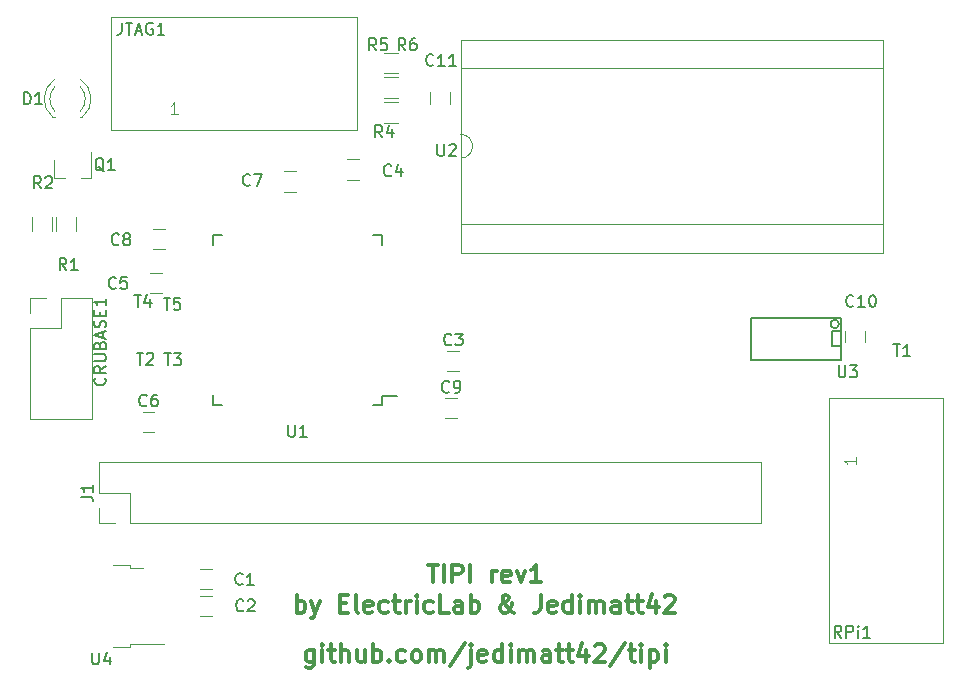
<source format=gto>
G04 #@! TF.FileFunction,Legend,Top*
%FSLAX46Y46*%
G04 Gerber Fmt 4.6, Leading zero omitted, Abs format (unit mm)*
G04 Created by KiCad (PCBNEW 4.0.6) date 07/29/17 07:53:43*
%MOMM*%
%LPD*%
G01*
G04 APERTURE LIST*
%ADD10C,0.100000*%
%ADD11C,0.300000*%
%ADD12C,0.150000*%
%ADD13C,0.120000*%
G04 APERTURE END LIST*
D10*
D11*
X61311070Y-153031071D02*
X61311070Y-154245357D01*
X61239641Y-154388214D01*
X61168213Y-154459643D01*
X61025356Y-154531071D01*
X60811070Y-154531071D01*
X60668213Y-154459643D01*
X61311070Y-153959643D02*
X61168213Y-154031071D01*
X60882499Y-154031071D01*
X60739641Y-153959643D01*
X60668213Y-153888214D01*
X60596784Y-153745357D01*
X60596784Y-153316786D01*
X60668213Y-153173929D01*
X60739641Y-153102500D01*
X60882499Y-153031071D01*
X61168213Y-153031071D01*
X61311070Y-153102500D01*
X62025356Y-154031071D02*
X62025356Y-153031071D01*
X62025356Y-152531071D02*
X61953927Y-152602500D01*
X62025356Y-152673929D01*
X62096784Y-152602500D01*
X62025356Y-152531071D01*
X62025356Y-152673929D01*
X62525356Y-153031071D02*
X63096785Y-153031071D01*
X62739642Y-152531071D02*
X62739642Y-153816786D01*
X62811070Y-153959643D01*
X62953928Y-154031071D01*
X63096785Y-154031071D01*
X63596785Y-154031071D02*
X63596785Y-152531071D01*
X64239642Y-154031071D02*
X64239642Y-153245357D01*
X64168213Y-153102500D01*
X64025356Y-153031071D01*
X63811071Y-153031071D01*
X63668213Y-153102500D01*
X63596785Y-153173929D01*
X65596785Y-153031071D02*
X65596785Y-154031071D01*
X64953928Y-153031071D02*
X64953928Y-153816786D01*
X65025356Y-153959643D01*
X65168214Y-154031071D01*
X65382499Y-154031071D01*
X65525356Y-153959643D01*
X65596785Y-153888214D01*
X66311071Y-154031071D02*
X66311071Y-152531071D01*
X66311071Y-153102500D02*
X66453928Y-153031071D01*
X66739642Y-153031071D01*
X66882499Y-153102500D01*
X66953928Y-153173929D01*
X67025357Y-153316786D01*
X67025357Y-153745357D01*
X66953928Y-153888214D01*
X66882499Y-153959643D01*
X66739642Y-154031071D01*
X66453928Y-154031071D01*
X66311071Y-153959643D01*
X67668214Y-153888214D02*
X67739642Y-153959643D01*
X67668214Y-154031071D01*
X67596785Y-153959643D01*
X67668214Y-153888214D01*
X67668214Y-154031071D01*
X69025357Y-153959643D02*
X68882500Y-154031071D01*
X68596786Y-154031071D01*
X68453928Y-153959643D01*
X68382500Y-153888214D01*
X68311071Y-153745357D01*
X68311071Y-153316786D01*
X68382500Y-153173929D01*
X68453928Y-153102500D01*
X68596786Y-153031071D01*
X68882500Y-153031071D01*
X69025357Y-153102500D01*
X69882500Y-154031071D02*
X69739642Y-153959643D01*
X69668214Y-153888214D01*
X69596785Y-153745357D01*
X69596785Y-153316786D01*
X69668214Y-153173929D01*
X69739642Y-153102500D01*
X69882500Y-153031071D01*
X70096785Y-153031071D01*
X70239642Y-153102500D01*
X70311071Y-153173929D01*
X70382500Y-153316786D01*
X70382500Y-153745357D01*
X70311071Y-153888214D01*
X70239642Y-153959643D01*
X70096785Y-154031071D01*
X69882500Y-154031071D01*
X71025357Y-154031071D02*
X71025357Y-153031071D01*
X71025357Y-153173929D02*
X71096785Y-153102500D01*
X71239643Y-153031071D01*
X71453928Y-153031071D01*
X71596785Y-153102500D01*
X71668214Y-153245357D01*
X71668214Y-154031071D01*
X71668214Y-153245357D02*
X71739643Y-153102500D01*
X71882500Y-153031071D01*
X72096785Y-153031071D01*
X72239643Y-153102500D01*
X72311071Y-153245357D01*
X72311071Y-154031071D01*
X74096785Y-152459643D02*
X72811071Y-154388214D01*
X74596786Y-153031071D02*
X74596786Y-154316786D01*
X74525357Y-154459643D01*
X74382500Y-154531071D01*
X74311072Y-154531071D01*
X74596786Y-152531071D02*
X74525357Y-152602500D01*
X74596786Y-152673929D01*
X74668214Y-152602500D01*
X74596786Y-152531071D01*
X74596786Y-152673929D01*
X75882500Y-153959643D02*
X75739643Y-154031071D01*
X75453929Y-154031071D01*
X75311072Y-153959643D01*
X75239643Y-153816786D01*
X75239643Y-153245357D01*
X75311072Y-153102500D01*
X75453929Y-153031071D01*
X75739643Y-153031071D01*
X75882500Y-153102500D01*
X75953929Y-153245357D01*
X75953929Y-153388214D01*
X75239643Y-153531071D01*
X77239643Y-154031071D02*
X77239643Y-152531071D01*
X77239643Y-153959643D02*
X77096786Y-154031071D01*
X76811072Y-154031071D01*
X76668214Y-153959643D01*
X76596786Y-153888214D01*
X76525357Y-153745357D01*
X76525357Y-153316786D01*
X76596786Y-153173929D01*
X76668214Y-153102500D01*
X76811072Y-153031071D01*
X77096786Y-153031071D01*
X77239643Y-153102500D01*
X77953929Y-154031071D02*
X77953929Y-153031071D01*
X77953929Y-152531071D02*
X77882500Y-152602500D01*
X77953929Y-152673929D01*
X78025357Y-152602500D01*
X77953929Y-152531071D01*
X77953929Y-152673929D01*
X78668215Y-154031071D02*
X78668215Y-153031071D01*
X78668215Y-153173929D02*
X78739643Y-153102500D01*
X78882501Y-153031071D01*
X79096786Y-153031071D01*
X79239643Y-153102500D01*
X79311072Y-153245357D01*
X79311072Y-154031071D01*
X79311072Y-153245357D02*
X79382501Y-153102500D01*
X79525358Y-153031071D01*
X79739643Y-153031071D01*
X79882501Y-153102500D01*
X79953929Y-153245357D01*
X79953929Y-154031071D01*
X81311072Y-154031071D02*
X81311072Y-153245357D01*
X81239643Y-153102500D01*
X81096786Y-153031071D01*
X80811072Y-153031071D01*
X80668215Y-153102500D01*
X81311072Y-153959643D02*
X81168215Y-154031071D01*
X80811072Y-154031071D01*
X80668215Y-153959643D01*
X80596786Y-153816786D01*
X80596786Y-153673929D01*
X80668215Y-153531071D01*
X80811072Y-153459643D01*
X81168215Y-153459643D01*
X81311072Y-153388214D01*
X81811072Y-153031071D02*
X82382501Y-153031071D01*
X82025358Y-152531071D02*
X82025358Y-153816786D01*
X82096786Y-153959643D01*
X82239644Y-154031071D01*
X82382501Y-154031071D01*
X82668215Y-153031071D02*
X83239644Y-153031071D01*
X82882501Y-152531071D02*
X82882501Y-153816786D01*
X82953929Y-153959643D01*
X83096787Y-154031071D01*
X83239644Y-154031071D01*
X84382501Y-153031071D02*
X84382501Y-154031071D01*
X84025358Y-152459643D02*
X83668215Y-153531071D01*
X84596787Y-153531071D01*
X85096786Y-152673929D02*
X85168215Y-152602500D01*
X85311072Y-152531071D01*
X85668215Y-152531071D01*
X85811072Y-152602500D01*
X85882501Y-152673929D01*
X85953929Y-152816786D01*
X85953929Y-152959643D01*
X85882501Y-153173929D01*
X85025358Y-154031071D01*
X85953929Y-154031071D01*
X87668214Y-152459643D02*
X86382500Y-154388214D01*
X87953929Y-153031071D02*
X88525358Y-153031071D01*
X88168215Y-152531071D02*
X88168215Y-153816786D01*
X88239643Y-153959643D01*
X88382501Y-154031071D01*
X88525358Y-154031071D01*
X89025358Y-154031071D02*
X89025358Y-153031071D01*
X89025358Y-152531071D02*
X88953929Y-152602500D01*
X89025358Y-152673929D01*
X89096786Y-152602500D01*
X89025358Y-152531071D01*
X89025358Y-152673929D01*
X89739644Y-153031071D02*
X89739644Y-154531071D01*
X89739644Y-153102500D02*
X89882501Y-153031071D01*
X90168215Y-153031071D01*
X90311072Y-153102500D01*
X90382501Y-153173929D01*
X90453930Y-153316786D01*
X90453930Y-153745357D01*
X90382501Y-153888214D01*
X90311072Y-153959643D01*
X90168215Y-154031071D01*
X89882501Y-154031071D01*
X89739644Y-153959643D01*
X91096787Y-154031071D02*
X91096787Y-153031071D01*
X91096787Y-152531071D02*
X91025358Y-152602500D01*
X91096787Y-152673929D01*
X91168215Y-152602500D01*
X91096787Y-152531071D01*
X91096787Y-152673929D01*
X70961858Y-145795071D02*
X71819001Y-145795071D01*
X71390430Y-147295071D02*
X71390430Y-145795071D01*
X72319001Y-147295071D02*
X72319001Y-145795071D01*
X73033287Y-147295071D02*
X73033287Y-145795071D01*
X73604715Y-145795071D01*
X73747573Y-145866500D01*
X73819001Y-145937929D01*
X73890430Y-146080786D01*
X73890430Y-146295071D01*
X73819001Y-146437929D01*
X73747573Y-146509357D01*
X73604715Y-146580786D01*
X73033287Y-146580786D01*
X74533287Y-147295071D02*
X74533287Y-145795071D01*
X76390430Y-147295071D02*
X76390430Y-146295071D01*
X76390430Y-146580786D02*
X76461858Y-146437929D01*
X76533287Y-146366500D01*
X76676144Y-146295071D01*
X76819001Y-146295071D01*
X77890429Y-147223643D02*
X77747572Y-147295071D01*
X77461858Y-147295071D01*
X77319001Y-147223643D01*
X77247572Y-147080786D01*
X77247572Y-146509357D01*
X77319001Y-146366500D01*
X77461858Y-146295071D01*
X77747572Y-146295071D01*
X77890429Y-146366500D01*
X77961858Y-146509357D01*
X77961858Y-146652214D01*
X77247572Y-146795071D01*
X78461858Y-146295071D02*
X78819001Y-147295071D01*
X79176143Y-146295071D01*
X80533286Y-147295071D02*
X79676143Y-147295071D01*
X80104715Y-147295071D02*
X80104715Y-145795071D01*
X79961858Y-146009357D01*
X79819000Y-146152214D01*
X79676143Y-146223643D01*
X59854715Y-149845071D02*
X59854715Y-148345071D01*
X59854715Y-148916500D02*
X59997572Y-148845071D01*
X60283286Y-148845071D01*
X60426143Y-148916500D01*
X60497572Y-148987929D01*
X60569001Y-149130786D01*
X60569001Y-149559357D01*
X60497572Y-149702214D01*
X60426143Y-149773643D01*
X60283286Y-149845071D01*
X59997572Y-149845071D01*
X59854715Y-149773643D01*
X61069001Y-148845071D02*
X61426144Y-149845071D01*
X61783286Y-148845071D02*
X61426144Y-149845071D01*
X61283286Y-150202214D01*
X61211858Y-150273643D01*
X61069001Y-150345071D01*
X63497572Y-149059357D02*
X63997572Y-149059357D01*
X64211858Y-149845071D02*
X63497572Y-149845071D01*
X63497572Y-148345071D01*
X64211858Y-148345071D01*
X65069001Y-149845071D02*
X64926143Y-149773643D01*
X64854715Y-149630786D01*
X64854715Y-148345071D01*
X66211857Y-149773643D02*
X66069000Y-149845071D01*
X65783286Y-149845071D01*
X65640429Y-149773643D01*
X65569000Y-149630786D01*
X65569000Y-149059357D01*
X65640429Y-148916500D01*
X65783286Y-148845071D01*
X66069000Y-148845071D01*
X66211857Y-148916500D01*
X66283286Y-149059357D01*
X66283286Y-149202214D01*
X65569000Y-149345071D01*
X67569000Y-149773643D02*
X67426143Y-149845071D01*
X67140429Y-149845071D01*
X66997571Y-149773643D01*
X66926143Y-149702214D01*
X66854714Y-149559357D01*
X66854714Y-149130786D01*
X66926143Y-148987929D01*
X66997571Y-148916500D01*
X67140429Y-148845071D01*
X67426143Y-148845071D01*
X67569000Y-148916500D01*
X67997571Y-148845071D02*
X68569000Y-148845071D01*
X68211857Y-148345071D02*
X68211857Y-149630786D01*
X68283285Y-149773643D01*
X68426143Y-149845071D01*
X68569000Y-149845071D01*
X69069000Y-149845071D02*
X69069000Y-148845071D01*
X69069000Y-149130786D02*
X69140428Y-148987929D01*
X69211857Y-148916500D01*
X69354714Y-148845071D01*
X69497571Y-148845071D01*
X69997571Y-149845071D02*
X69997571Y-148845071D01*
X69997571Y-148345071D02*
X69926142Y-148416500D01*
X69997571Y-148487929D01*
X70068999Y-148416500D01*
X69997571Y-148345071D01*
X69997571Y-148487929D01*
X71354714Y-149773643D02*
X71211857Y-149845071D01*
X70926143Y-149845071D01*
X70783285Y-149773643D01*
X70711857Y-149702214D01*
X70640428Y-149559357D01*
X70640428Y-149130786D01*
X70711857Y-148987929D01*
X70783285Y-148916500D01*
X70926143Y-148845071D01*
X71211857Y-148845071D01*
X71354714Y-148916500D01*
X72711857Y-149845071D02*
X71997571Y-149845071D01*
X71997571Y-148345071D01*
X73854714Y-149845071D02*
X73854714Y-149059357D01*
X73783285Y-148916500D01*
X73640428Y-148845071D01*
X73354714Y-148845071D01*
X73211857Y-148916500D01*
X73854714Y-149773643D02*
X73711857Y-149845071D01*
X73354714Y-149845071D01*
X73211857Y-149773643D01*
X73140428Y-149630786D01*
X73140428Y-149487929D01*
X73211857Y-149345071D01*
X73354714Y-149273643D01*
X73711857Y-149273643D01*
X73854714Y-149202214D01*
X74569000Y-149845071D02*
X74569000Y-148345071D01*
X74569000Y-148916500D02*
X74711857Y-148845071D01*
X74997571Y-148845071D01*
X75140428Y-148916500D01*
X75211857Y-148987929D01*
X75283286Y-149130786D01*
X75283286Y-149559357D01*
X75211857Y-149702214D01*
X75140428Y-149773643D01*
X74997571Y-149845071D01*
X74711857Y-149845071D01*
X74569000Y-149773643D01*
X78283286Y-149845071D02*
X78211857Y-149845071D01*
X78069000Y-149773643D01*
X77854714Y-149559357D01*
X77497571Y-149130786D01*
X77354714Y-148916500D01*
X77283286Y-148702214D01*
X77283286Y-148559357D01*
X77354714Y-148416500D01*
X77497571Y-148345071D01*
X77569000Y-148345071D01*
X77711857Y-148416500D01*
X77783286Y-148559357D01*
X77783286Y-148630786D01*
X77711857Y-148773643D01*
X77640428Y-148845071D01*
X77211857Y-149130786D01*
X77140428Y-149202214D01*
X77069000Y-149345071D01*
X77069000Y-149559357D01*
X77140428Y-149702214D01*
X77211857Y-149773643D01*
X77354714Y-149845071D01*
X77569000Y-149845071D01*
X77711857Y-149773643D01*
X77783286Y-149702214D01*
X77997571Y-149416500D01*
X78069000Y-149202214D01*
X78069000Y-149059357D01*
X80497571Y-148345071D02*
X80497571Y-149416500D01*
X80426143Y-149630786D01*
X80283286Y-149773643D01*
X80069000Y-149845071D01*
X79926143Y-149845071D01*
X81783285Y-149773643D02*
X81640428Y-149845071D01*
X81354714Y-149845071D01*
X81211857Y-149773643D01*
X81140428Y-149630786D01*
X81140428Y-149059357D01*
X81211857Y-148916500D01*
X81354714Y-148845071D01*
X81640428Y-148845071D01*
X81783285Y-148916500D01*
X81854714Y-149059357D01*
X81854714Y-149202214D01*
X81140428Y-149345071D01*
X83140428Y-149845071D02*
X83140428Y-148345071D01*
X83140428Y-149773643D02*
X82997571Y-149845071D01*
X82711857Y-149845071D01*
X82568999Y-149773643D01*
X82497571Y-149702214D01*
X82426142Y-149559357D01*
X82426142Y-149130786D01*
X82497571Y-148987929D01*
X82568999Y-148916500D01*
X82711857Y-148845071D01*
X82997571Y-148845071D01*
X83140428Y-148916500D01*
X83854714Y-149845071D02*
X83854714Y-148845071D01*
X83854714Y-148345071D02*
X83783285Y-148416500D01*
X83854714Y-148487929D01*
X83926142Y-148416500D01*
X83854714Y-148345071D01*
X83854714Y-148487929D01*
X84569000Y-149845071D02*
X84569000Y-148845071D01*
X84569000Y-148987929D02*
X84640428Y-148916500D01*
X84783286Y-148845071D01*
X84997571Y-148845071D01*
X85140428Y-148916500D01*
X85211857Y-149059357D01*
X85211857Y-149845071D01*
X85211857Y-149059357D02*
X85283286Y-148916500D01*
X85426143Y-148845071D01*
X85640428Y-148845071D01*
X85783286Y-148916500D01*
X85854714Y-149059357D01*
X85854714Y-149845071D01*
X87211857Y-149845071D02*
X87211857Y-149059357D01*
X87140428Y-148916500D01*
X86997571Y-148845071D01*
X86711857Y-148845071D01*
X86569000Y-148916500D01*
X87211857Y-149773643D02*
X87069000Y-149845071D01*
X86711857Y-149845071D01*
X86569000Y-149773643D01*
X86497571Y-149630786D01*
X86497571Y-149487929D01*
X86569000Y-149345071D01*
X86711857Y-149273643D01*
X87069000Y-149273643D01*
X87211857Y-149202214D01*
X87711857Y-148845071D02*
X88283286Y-148845071D01*
X87926143Y-148345071D02*
X87926143Y-149630786D01*
X87997571Y-149773643D01*
X88140429Y-149845071D01*
X88283286Y-149845071D01*
X88569000Y-148845071D02*
X89140429Y-148845071D01*
X88783286Y-148345071D02*
X88783286Y-149630786D01*
X88854714Y-149773643D01*
X88997572Y-149845071D01*
X89140429Y-149845071D01*
X90283286Y-148845071D02*
X90283286Y-149845071D01*
X89926143Y-148273643D02*
X89569000Y-149345071D01*
X90497572Y-149345071D01*
X90997571Y-148487929D02*
X91069000Y-148416500D01*
X91211857Y-148345071D01*
X91569000Y-148345071D01*
X91711857Y-148416500D01*
X91783286Y-148487929D01*
X91854714Y-148630786D01*
X91854714Y-148773643D01*
X91783286Y-148987929D01*
X90926143Y-149845071D01*
X91854714Y-149845071D01*
D12*
X67072000Y-132239000D02*
X67072000Y-131514000D01*
X52722000Y-132239000D02*
X52722000Y-131439000D01*
X52722000Y-117889000D02*
X52722000Y-118689000D01*
X67072000Y-117889000D02*
X67072000Y-118689000D01*
X67072000Y-132239000D02*
X66272000Y-132239000D01*
X67072000Y-117889000D02*
X66272000Y-117889000D01*
X52722000Y-117889000D02*
X53522000Y-117889000D01*
X52722000Y-132239000D02*
X53522000Y-132239000D01*
X67072000Y-131514000D02*
X68347000Y-131514000D01*
D13*
X44268000Y-152738500D02*
X45768000Y-152738500D01*
X45768000Y-152738500D02*
X45768000Y-152468500D01*
X45768000Y-152468500D02*
X48598000Y-152468500D01*
X44268000Y-145838500D02*
X45768000Y-145838500D01*
X45768000Y-145838500D02*
X45768000Y-146108500D01*
X45768000Y-146108500D02*
X46868000Y-146108500D01*
X73730500Y-111363000D02*
X73730500Y-116943000D01*
X73730500Y-116943000D02*
X109530500Y-116943000D01*
X109530500Y-116943000D02*
X109530500Y-103783000D01*
X109530500Y-103783000D02*
X73730500Y-103783000D01*
X73730500Y-103783000D02*
X73730500Y-109363000D01*
X73730500Y-119373000D02*
X109530500Y-119373000D01*
X109530500Y-119373000D02*
X109530500Y-101353000D01*
X109530500Y-101353000D02*
X73730500Y-101353000D01*
X73730500Y-101353000D02*
X73730500Y-119373000D01*
X73730500Y-109363000D02*
G75*
G02X73730500Y-111363000I0J-1000000D01*
G01*
X47462500Y-122770000D02*
X48462500Y-122770000D01*
X48462500Y-121070000D02*
X47462500Y-121070000D01*
X47807500Y-132837500D02*
X46807500Y-132837500D01*
X46807500Y-134537500D02*
X47807500Y-134537500D01*
X44136500Y-99403500D02*
X64956500Y-99403500D01*
X64956500Y-99403500D02*
X64956500Y-109003500D01*
X64956500Y-109003500D02*
X44136500Y-109003500D01*
X44136500Y-109003500D02*
X44136500Y-99403500D01*
X39370892Y-104690165D02*
G75*
G03X39213984Y-107922500I1078608J-1672335D01*
G01*
X41528108Y-104690165D02*
G75*
G02X41685016Y-107922500I-1078608J-1672335D01*
G01*
X39369663Y-105321370D02*
G75*
G03X39369500Y-107403461I1079837J-1041130D01*
G01*
X41529337Y-105321370D02*
G75*
G02X41529500Y-107403461I-1079837J-1041130D01*
G01*
X39213500Y-107922500D02*
X39369500Y-107922500D01*
X41529500Y-107922500D02*
X41685500Y-107922500D01*
X45720000Y-142300000D02*
X99120000Y-142300000D01*
X99120000Y-142300000D02*
X99120000Y-137100000D01*
X99120000Y-137100000D02*
X43120000Y-137100000D01*
X43120000Y-137100000D02*
X43120000Y-139700000D01*
X43120000Y-139700000D02*
X45720000Y-139700000D01*
X45720000Y-139700000D02*
X45720000Y-142300000D01*
X44450000Y-142300000D02*
X43120000Y-142300000D01*
X43120000Y-142300000D02*
X43120000Y-140970000D01*
X114528000Y-131639500D02*
X114528000Y-152459500D01*
X114528000Y-152459500D02*
X104928000Y-152459500D01*
X104928000Y-152459500D02*
X104928000Y-131639500D01*
X104928000Y-131639500D02*
X114528000Y-131639500D01*
X37278000Y-125793500D02*
X37278000Y-133473500D01*
X37278000Y-133473500D02*
X42478000Y-133473500D01*
X42478000Y-133473500D02*
X42478000Y-123193500D01*
X42478000Y-123193500D02*
X39878000Y-123193500D01*
X39878000Y-123193500D02*
X39878000Y-125793500D01*
X39878000Y-125793500D02*
X37278000Y-125793500D01*
X37278000Y-124523500D02*
X37278000Y-123193500D01*
X37278000Y-123193500D02*
X38608000Y-123193500D01*
X39314000Y-113028000D02*
X40244000Y-113028000D01*
X42474000Y-113028000D02*
X41544000Y-113028000D01*
X42474000Y-113028000D02*
X42474000Y-110868000D01*
X39314000Y-113028000D02*
X39314000Y-111568000D01*
X39442500Y-117520000D02*
X39442500Y-116320000D01*
X41202500Y-116320000D02*
X41202500Y-117520000D01*
X39170500Y-116320000D02*
X39170500Y-117520000D01*
X37410500Y-117520000D02*
X37410500Y-116320000D01*
D12*
X98285300Y-128460500D02*
X105905300Y-128460500D01*
X105905300Y-124904500D02*
X98285300Y-124904500D01*
X98285300Y-128460500D02*
X98285300Y-124904500D01*
X105905300Y-124904500D02*
X105905300Y-128460500D01*
X105756510Y-125412500D02*
G75*
G03X105756510Y-125412500I-359210J0D01*
G01*
X105905300Y-127317500D02*
X105143300Y-127317500D01*
X105143300Y-127317500D02*
X105143300Y-126047500D01*
X105143300Y-126047500D02*
X105905300Y-126047500D01*
D13*
X47716500Y-119087000D02*
X48716500Y-119087000D01*
X48716500Y-117387000D02*
X47716500Y-117387000D01*
X68434500Y-108385500D02*
X67234500Y-108385500D01*
X67234500Y-106625500D02*
X68434500Y-106625500D01*
X68434500Y-106290000D02*
X67234500Y-106290000D01*
X67234500Y-104530000D02*
X68434500Y-104530000D01*
X68465000Y-104194500D02*
X67265000Y-104194500D01*
X67265000Y-102434500D02*
X68465000Y-102434500D01*
X52677000Y-146152500D02*
X51677000Y-146152500D01*
X51677000Y-147852500D02*
X52677000Y-147852500D01*
X52653500Y-148438500D02*
X51653500Y-148438500D01*
X51653500Y-150138500D02*
X52653500Y-150138500D01*
X73608500Y-127674000D02*
X72608500Y-127674000D01*
X72608500Y-129374000D02*
X73608500Y-129374000D01*
X64123000Y-113181500D02*
X65123000Y-113181500D01*
X65123000Y-111481500D02*
X64123000Y-111481500D01*
X58789000Y-114197500D02*
X59789000Y-114197500D01*
X59789000Y-112497500D02*
X58789000Y-112497500D01*
X73418000Y-131674500D02*
X72418000Y-131674500D01*
X72418000Y-133374500D02*
X73418000Y-133374500D01*
X107974500Y-126972000D02*
X107974500Y-125972000D01*
X106274500Y-125972000D02*
X106274500Y-126972000D01*
X71159000Y-105755500D02*
X71159000Y-106755500D01*
X72859000Y-106755500D02*
X72859000Y-105755500D01*
D12*
X59135095Y-133966381D02*
X59135095Y-134775905D01*
X59182714Y-134871143D01*
X59230333Y-134918762D01*
X59325571Y-134966381D01*
X59516048Y-134966381D01*
X59611286Y-134918762D01*
X59658905Y-134871143D01*
X59706524Y-134775905D01*
X59706524Y-133966381D01*
X60706524Y-134966381D02*
X60135095Y-134966381D01*
X60420809Y-134966381D02*
X60420809Y-133966381D01*
X60325571Y-134109238D01*
X60230333Y-134204476D01*
X60135095Y-134252095D01*
X42536095Y-153240881D02*
X42536095Y-154050405D01*
X42583714Y-154145643D01*
X42631333Y-154193262D01*
X42726571Y-154240881D01*
X42917048Y-154240881D01*
X43012286Y-154193262D01*
X43059905Y-154145643D01*
X43107524Y-154050405D01*
X43107524Y-153240881D01*
X44012286Y-153574214D02*
X44012286Y-154240881D01*
X43774190Y-153193262D02*
X43536095Y-153907548D01*
X44155143Y-153907548D01*
X71755095Y-110196381D02*
X71755095Y-111005905D01*
X71802714Y-111101143D01*
X71850333Y-111148762D01*
X71945571Y-111196381D01*
X72136048Y-111196381D01*
X72231286Y-111148762D01*
X72278905Y-111101143D01*
X72326524Y-111005905D01*
X72326524Y-110196381D01*
X72755095Y-110291619D02*
X72802714Y-110244000D01*
X72897952Y-110196381D01*
X73136048Y-110196381D01*
X73231286Y-110244000D01*
X73278905Y-110291619D01*
X73326524Y-110386857D01*
X73326524Y-110482095D01*
X73278905Y-110624952D01*
X72707476Y-111196381D01*
X73326524Y-111196381D01*
X44537334Y-122340643D02*
X44489715Y-122388262D01*
X44346858Y-122435881D01*
X44251620Y-122435881D01*
X44108762Y-122388262D01*
X44013524Y-122293024D01*
X43965905Y-122197786D01*
X43918286Y-122007310D01*
X43918286Y-121864452D01*
X43965905Y-121673976D01*
X44013524Y-121578738D01*
X44108762Y-121483500D01*
X44251620Y-121435881D01*
X44346858Y-121435881D01*
X44489715Y-121483500D01*
X44537334Y-121531119D01*
X45442096Y-121435881D02*
X44965905Y-121435881D01*
X44918286Y-121912071D01*
X44965905Y-121864452D01*
X45061143Y-121816833D01*
X45299239Y-121816833D01*
X45394477Y-121864452D01*
X45442096Y-121912071D01*
X45489715Y-122007310D01*
X45489715Y-122245405D01*
X45442096Y-122340643D01*
X45394477Y-122388262D01*
X45299239Y-122435881D01*
X45061143Y-122435881D01*
X44965905Y-122388262D01*
X44918286Y-122340643D01*
X47140834Y-132294643D02*
X47093215Y-132342262D01*
X46950358Y-132389881D01*
X46855120Y-132389881D01*
X46712262Y-132342262D01*
X46617024Y-132247024D01*
X46569405Y-132151786D01*
X46521786Y-131961310D01*
X46521786Y-131818452D01*
X46569405Y-131627976D01*
X46617024Y-131532738D01*
X46712262Y-131437500D01*
X46855120Y-131389881D01*
X46950358Y-131389881D01*
X47093215Y-131437500D01*
X47140834Y-131485119D01*
X47997977Y-131389881D02*
X47807500Y-131389881D01*
X47712262Y-131437500D01*
X47664643Y-131485119D01*
X47569405Y-131627976D01*
X47521786Y-131818452D01*
X47521786Y-132199405D01*
X47569405Y-132294643D01*
X47617024Y-132342262D01*
X47712262Y-132389881D01*
X47902739Y-132389881D01*
X47997977Y-132342262D01*
X48045596Y-132294643D01*
X48093215Y-132199405D01*
X48093215Y-131961310D01*
X48045596Y-131866071D01*
X47997977Y-131818452D01*
X47902739Y-131770833D01*
X47712262Y-131770833D01*
X47617024Y-131818452D01*
X47569405Y-131866071D01*
X47521786Y-131961310D01*
X45029643Y-99909381D02*
X45029643Y-100623667D01*
X44982023Y-100766524D01*
X44886785Y-100861762D01*
X44743928Y-100909381D01*
X44648690Y-100909381D01*
X45362976Y-99909381D02*
X45934405Y-99909381D01*
X45648690Y-100909381D02*
X45648690Y-99909381D01*
X46220119Y-100623667D02*
X46696310Y-100623667D01*
X46124881Y-100909381D02*
X46458214Y-99909381D01*
X46791548Y-100909381D01*
X47648691Y-99957000D02*
X47553453Y-99909381D01*
X47410596Y-99909381D01*
X47267738Y-99957000D01*
X47172500Y-100052238D01*
X47124881Y-100147476D01*
X47077262Y-100337952D01*
X47077262Y-100480810D01*
X47124881Y-100671286D01*
X47172500Y-100766524D01*
X47267738Y-100861762D01*
X47410596Y-100909381D01*
X47505834Y-100909381D01*
X47648691Y-100861762D01*
X47696310Y-100814143D01*
X47696310Y-100480810D01*
X47505834Y-100480810D01*
X48648691Y-100909381D02*
X48077262Y-100909381D01*
X48362976Y-100909381D02*
X48362976Y-99909381D01*
X48267738Y-100052238D01*
X48172500Y-100147476D01*
X48077262Y-100195095D01*
D13*
X49772215Y-107645881D02*
X49200786Y-107645881D01*
X49486500Y-107645881D02*
X49486500Y-106645881D01*
X49391262Y-106788738D01*
X49296024Y-106883976D01*
X49200786Y-106931595D01*
D12*
X36751405Y-106814881D02*
X36751405Y-105814881D01*
X36989500Y-105814881D01*
X37132358Y-105862500D01*
X37227596Y-105957738D01*
X37275215Y-106052976D01*
X37322834Y-106243452D01*
X37322834Y-106386310D01*
X37275215Y-106576786D01*
X37227596Y-106672024D01*
X37132358Y-106767262D01*
X36989500Y-106814881D01*
X36751405Y-106814881D01*
X38275215Y-106814881D02*
X37703786Y-106814881D01*
X37989500Y-106814881D02*
X37989500Y-105814881D01*
X37894262Y-105957738D01*
X37799024Y-106052976D01*
X37703786Y-106100595D01*
X41572381Y-140033333D02*
X42286667Y-140033333D01*
X42429524Y-140080953D01*
X42524762Y-140176191D01*
X42572381Y-140319048D01*
X42572381Y-140414286D01*
X42572381Y-139033333D02*
X42572381Y-139604762D01*
X42572381Y-139319048D02*
X41572381Y-139319048D01*
X41715238Y-139414286D01*
X41810476Y-139509524D01*
X41858095Y-139604762D01*
X105965739Y-151963381D02*
X105632405Y-151487190D01*
X105394310Y-151963381D02*
X105394310Y-150963381D01*
X105775263Y-150963381D01*
X105870501Y-151011000D01*
X105918120Y-151058619D01*
X105965739Y-151153857D01*
X105965739Y-151296714D01*
X105918120Y-151391952D01*
X105870501Y-151439571D01*
X105775263Y-151487190D01*
X105394310Y-151487190D01*
X106394310Y-151963381D02*
X106394310Y-150963381D01*
X106775263Y-150963381D01*
X106870501Y-151011000D01*
X106918120Y-151058619D01*
X106965739Y-151153857D01*
X106965739Y-151296714D01*
X106918120Y-151391952D01*
X106870501Y-151439571D01*
X106775263Y-151487190D01*
X106394310Y-151487190D01*
X107394310Y-151963381D02*
X107394310Y-151296714D01*
X107394310Y-150963381D02*
X107346691Y-151011000D01*
X107394310Y-151058619D01*
X107441929Y-151011000D01*
X107394310Y-150963381D01*
X107394310Y-151058619D01*
X108394310Y-151963381D02*
X107822881Y-151963381D01*
X108108595Y-151963381D02*
X108108595Y-150963381D01*
X108013357Y-151106238D01*
X107918119Y-151201476D01*
X107822881Y-151249095D01*
D13*
X107190381Y-136703785D02*
X107190381Y-137275214D01*
X107190381Y-136989500D02*
X106190381Y-136989500D01*
X106333238Y-137084738D01*
X106428476Y-137179976D01*
X106476095Y-137275214D01*
D12*
X43600643Y-129984119D02*
X43648262Y-130031738D01*
X43695881Y-130174595D01*
X43695881Y-130269833D01*
X43648262Y-130412691D01*
X43553024Y-130507929D01*
X43457786Y-130555548D01*
X43267310Y-130603167D01*
X43124452Y-130603167D01*
X42933976Y-130555548D01*
X42838738Y-130507929D01*
X42743500Y-130412691D01*
X42695881Y-130269833D01*
X42695881Y-130174595D01*
X42743500Y-130031738D01*
X42791119Y-129984119D01*
X43695881Y-128984119D02*
X43219690Y-129317453D01*
X43695881Y-129555548D02*
X42695881Y-129555548D01*
X42695881Y-129174595D01*
X42743500Y-129079357D01*
X42791119Y-129031738D01*
X42886357Y-128984119D01*
X43029214Y-128984119D01*
X43124452Y-129031738D01*
X43172071Y-129079357D01*
X43219690Y-129174595D01*
X43219690Y-129555548D01*
X42695881Y-128555548D02*
X43505405Y-128555548D01*
X43600643Y-128507929D01*
X43648262Y-128460310D01*
X43695881Y-128365072D01*
X43695881Y-128174595D01*
X43648262Y-128079357D01*
X43600643Y-128031738D01*
X43505405Y-127984119D01*
X42695881Y-127984119D01*
X43172071Y-127174595D02*
X43219690Y-127031738D01*
X43267310Y-126984119D01*
X43362548Y-126936500D01*
X43505405Y-126936500D01*
X43600643Y-126984119D01*
X43648262Y-127031738D01*
X43695881Y-127126976D01*
X43695881Y-127507929D01*
X42695881Y-127507929D01*
X42695881Y-127174595D01*
X42743500Y-127079357D01*
X42791119Y-127031738D01*
X42886357Y-126984119D01*
X42981595Y-126984119D01*
X43076833Y-127031738D01*
X43124452Y-127079357D01*
X43172071Y-127174595D01*
X43172071Y-127507929D01*
X43410167Y-126555548D02*
X43410167Y-126079357D01*
X43695881Y-126650786D02*
X42695881Y-126317453D01*
X43695881Y-125984119D01*
X43648262Y-125698405D02*
X43695881Y-125555548D01*
X43695881Y-125317452D01*
X43648262Y-125222214D01*
X43600643Y-125174595D01*
X43505405Y-125126976D01*
X43410167Y-125126976D01*
X43314929Y-125174595D01*
X43267310Y-125222214D01*
X43219690Y-125317452D01*
X43172071Y-125507929D01*
X43124452Y-125603167D01*
X43076833Y-125650786D01*
X42981595Y-125698405D01*
X42886357Y-125698405D01*
X42791119Y-125650786D01*
X42743500Y-125603167D01*
X42695881Y-125507929D01*
X42695881Y-125269833D01*
X42743500Y-125126976D01*
X43172071Y-124698405D02*
X43172071Y-124365071D01*
X43695881Y-124222214D02*
X43695881Y-124698405D01*
X42695881Y-124698405D01*
X42695881Y-124222214D01*
X43695881Y-123269833D02*
X43695881Y-123841262D01*
X43695881Y-123555548D02*
X42695881Y-123555548D01*
X42838738Y-123650786D01*
X42933976Y-123746024D01*
X42981595Y-123841262D01*
X43529262Y-112498119D02*
X43434024Y-112450500D01*
X43338786Y-112355262D01*
X43195929Y-112212405D01*
X43100690Y-112164786D01*
X43005452Y-112164786D01*
X43053071Y-112402881D02*
X42957833Y-112355262D01*
X42862595Y-112260024D01*
X42814976Y-112069548D01*
X42814976Y-111736214D01*
X42862595Y-111545738D01*
X42957833Y-111450500D01*
X43053071Y-111402881D01*
X43243548Y-111402881D01*
X43338786Y-111450500D01*
X43434024Y-111545738D01*
X43481643Y-111736214D01*
X43481643Y-112069548D01*
X43434024Y-112260024D01*
X43338786Y-112355262D01*
X43243548Y-112402881D01*
X43053071Y-112402881D01*
X44434024Y-112402881D02*
X43862595Y-112402881D01*
X44148309Y-112402881D02*
X44148309Y-111402881D01*
X44053071Y-111545738D01*
X43957833Y-111640976D01*
X43862595Y-111688595D01*
X40346334Y-120848381D02*
X40013000Y-120372190D01*
X39774905Y-120848381D02*
X39774905Y-119848381D01*
X40155858Y-119848381D01*
X40251096Y-119896000D01*
X40298715Y-119943619D01*
X40346334Y-120038857D01*
X40346334Y-120181714D01*
X40298715Y-120276952D01*
X40251096Y-120324571D01*
X40155858Y-120372190D01*
X39774905Y-120372190D01*
X41298715Y-120848381D02*
X40727286Y-120848381D01*
X41013000Y-120848381D02*
X41013000Y-119848381D01*
X40917762Y-119991238D01*
X40822524Y-120086476D01*
X40727286Y-120134095D01*
X38187334Y-113926881D02*
X37854000Y-113450690D01*
X37615905Y-113926881D02*
X37615905Y-112926881D01*
X37996858Y-112926881D01*
X38092096Y-112974500D01*
X38139715Y-113022119D01*
X38187334Y-113117357D01*
X38187334Y-113260214D01*
X38139715Y-113355452D01*
X38092096Y-113403071D01*
X37996858Y-113450690D01*
X37615905Y-113450690D01*
X38568286Y-113022119D02*
X38615905Y-112974500D01*
X38711143Y-112926881D01*
X38949239Y-112926881D01*
X39044477Y-112974500D01*
X39092096Y-113022119D01*
X39139715Y-113117357D01*
X39139715Y-113212595D01*
X39092096Y-113355452D01*
X38520667Y-113926881D01*
X39139715Y-113926881D01*
X105727595Y-128928881D02*
X105727595Y-129738405D01*
X105775214Y-129833643D01*
X105822833Y-129881262D01*
X105918071Y-129928881D01*
X106108548Y-129928881D01*
X106203786Y-129881262D01*
X106251405Y-129833643D01*
X106299024Y-129738405D01*
X106299024Y-128928881D01*
X106679976Y-128928881D02*
X107299024Y-128928881D01*
X106965690Y-129309833D01*
X107108548Y-129309833D01*
X107203786Y-129357452D01*
X107251405Y-129405071D01*
X107299024Y-129500310D01*
X107299024Y-129738405D01*
X107251405Y-129833643D01*
X107203786Y-129881262D01*
X107108548Y-129928881D01*
X106822833Y-129928881D01*
X106727595Y-129881262D01*
X106679976Y-129833643D01*
X44791334Y-118657643D02*
X44743715Y-118705262D01*
X44600858Y-118752881D01*
X44505620Y-118752881D01*
X44362762Y-118705262D01*
X44267524Y-118610024D01*
X44219905Y-118514786D01*
X44172286Y-118324310D01*
X44172286Y-118181452D01*
X44219905Y-117990976D01*
X44267524Y-117895738D01*
X44362762Y-117800500D01*
X44505620Y-117752881D01*
X44600858Y-117752881D01*
X44743715Y-117800500D01*
X44791334Y-117848119D01*
X45362762Y-118181452D02*
X45267524Y-118133833D01*
X45219905Y-118086214D01*
X45172286Y-117990976D01*
X45172286Y-117943357D01*
X45219905Y-117848119D01*
X45267524Y-117800500D01*
X45362762Y-117752881D01*
X45553239Y-117752881D01*
X45648477Y-117800500D01*
X45696096Y-117848119D01*
X45743715Y-117943357D01*
X45743715Y-117990976D01*
X45696096Y-118086214D01*
X45648477Y-118133833D01*
X45553239Y-118181452D01*
X45362762Y-118181452D01*
X45267524Y-118229071D01*
X45219905Y-118276690D01*
X45172286Y-118371929D01*
X45172286Y-118562405D01*
X45219905Y-118657643D01*
X45267524Y-118705262D01*
X45362762Y-118752881D01*
X45553239Y-118752881D01*
X45648477Y-118705262D01*
X45696096Y-118657643D01*
X45743715Y-118562405D01*
X45743715Y-118371929D01*
X45696096Y-118276690D01*
X45648477Y-118229071D01*
X45553239Y-118181452D01*
X67079834Y-109608881D02*
X66746500Y-109132690D01*
X66508405Y-109608881D02*
X66508405Y-108608881D01*
X66889358Y-108608881D01*
X66984596Y-108656500D01*
X67032215Y-108704119D01*
X67079834Y-108799357D01*
X67079834Y-108942214D01*
X67032215Y-109037452D01*
X66984596Y-109085071D01*
X66889358Y-109132690D01*
X66508405Y-109132690D01*
X67936977Y-108942214D02*
X67936977Y-109608881D01*
X67698881Y-108561262D02*
X67460786Y-109275548D01*
X68079834Y-109275548D01*
X66571834Y-102242881D02*
X66238500Y-101766690D01*
X66000405Y-102242881D02*
X66000405Y-101242881D01*
X66381358Y-101242881D01*
X66476596Y-101290500D01*
X66524215Y-101338119D01*
X66571834Y-101433357D01*
X66571834Y-101576214D01*
X66524215Y-101671452D01*
X66476596Y-101719071D01*
X66381358Y-101766690D01*
X66000405Y-101766690D01*
X67476596Y-101242881D02*
X67000405Y-101242881D01*
X66952786Y-101719071D01*
X67000405Y-101671452D01*
X67095643Y-101623833D01*
X67333739Y-101623833D01*
X67428977Y-101671452D01*
X67476596Y-101719071D01*
X67524215Y-101814310D01*
X67524215Y-102052405D01*
X67476596Y-102147643D01*
X67428977Y-102195262D01*
X67333739Y-102242881D01*
X67095643Y-102242881D01*
X67000405Y-102195262D01*
X66952786Y-102147643D01*
X69048334Y-102242881D02*
X68715000Y-101766690D01*
X68476905Y-102242881D02*
X68476905Y-101242881D01*
X68857858Y-101242881D01*
X68953096Y-101290500D01*
X69000715Y-101338119D01*
X69048334Y-101433357D01*
X69048334Y-101576214D01*
X69000715Y-101671452D01*
X68953096Y-101719071D01*
X68857858Y-101766690D01*
X68476905Y-101766690D01*
X69905477Y-101242881D02*
X69715000Y-101242881D01*
X69619762Y-101290500D01*
X69572143Y-101338119D01*
X69476905Y-101480976D01*
X69429286Y-101671452D01*
X69429286Y-102052405D01*
X69476905Y-102147643D01*
X69524524Y-102195262D01*
X69619762Y-102242881D01*
X69810239Y-102242881D01*
X69905477Y-102195262D01*
X69953096Y-102147643D01*
X70000715Y-102052405D01*
X70000715Y-101814310D01*
X69953096Y-101719071D01*
X69905477Y-101671452D01*
X69810239Y-101623833D01*
X69619762Y-101623833D01*
X69524524Y-101671452D01*
X69476905Y-101719071D01*
X69429286Y-101814310D01*
X55268834Y-147423143D02*
X55221215Y-147470762D01*
X55078358Y-147518381D01*
X54983120Y-147518381D01*
X54840262Y-147470762D01*
X54745024Y-147375524D01*
X54697405Y-147280286D01*
X54649786Y-147089810D01*
X54649786Y-146946952D01*
X54697405Y-146756476D01*
X54745024Y-146661238D01*
X54840262Y-146566000D01*
X54983120Y-146518381D01*
X55078358Y-146518381D01*
X55221215Y-146566000D01*
X55268834Y-146613619D01*
X56221215Y-147518381D02*
X55649786Y-147518381D01*
X55935500Y-147518381D02*
X55935500Y-146518381D01*
X55840262Y-146661238D01*
X55745024Y-146756476D01*
X55649786Y-146804095D01*
X55332334Y-149645643D02*
X55284715Y-149693262D01*
X55141858Y-149740881D01*
X55046620Y-149740881D01*
X54903762Y-149693262D01*
X54808524Y-149598024D01*
X54760905Y-149502786D01*
X54713286Y-149312310D01*
X54713286Y-149169452D01*
X54760905Y-148978976D01*
X54808524Y-148883738D01*
X54903762Y-148788500D01*
X55046620Y-148740881D01*
X55141858Y-148740881D01*
X55284715Y-148788500D01*
X55332334Y-148836119D01*
X55713286Y-148836119D02*
X55760905Y-148788500D01*
X55856143Y-148740881D01*
X56094239Y-148740881D01*
X56189477Y-148788500D01*
X56237096Y-148836119D01*
X56284715Y-148931357D01*
X56284715Y-149026595D01*
X56237096Y-149169452D01*
X55665667Y-149740881D01*
X56284715Y-149740881D01*
X72941834Y-127131143D02*
X72894215Y-127178762D01*
X72751358Y-127226381D01*
X72656120Y-127226381D01*
X72513262Y-127178762D01*
X72418024Y-127083524D01*
X72370405Y-126988286D01*
X72322786Y-126797810D01*
X72322786Y-126654952D01*
X72370405Y-126464476D01*
X72418024Y-126369238D01*
X72513262Y-126274000D01*
X72656120Y-126226381D01*
X72751358Y-126226381D01*
X72894215Y-126274000D01*
X72941834Y-126321619D01*
X73275167Y-126226381D02*
X73894215Y-126226381D01*
X73560881Y-126607333D01*
X73703739Y-126607333D01*
X73798977Y-126654952D01*
X73846596Y-126702571D01*
X73894215Y-126797810D01*
X73894215Y-127035905D01*
X73846596Y-127131143D01*
X73798977Y-127178762D01*
X73703739Y-127226381D01*
X73418024Y-127226381D01*
X73322786Y-127178762D01*
X73275167Y-127131143D01*
X67841834Y-112815643D02*
X67794215Y-112863262D01*
X67651358Y-112910881D01*
X67556120Y-112910881D01*
X67413262Y-112863262D01*
X67318024Y-112768024D01*
X67270405Y-112672786D01*
X67222786Y-112482310D01*
X67222786Y-112339452D01*
X67270405Y-112148976D01*
X67318024Y-112053738D01*
X67413262Y-111958500D01*
X67556120Y-111910881D01*
X67651358Y-111910881D01*
X67794215Y-111958500D01*
X67841834Y-112006119D01*
X68698977Y-112244214D02*
X68698977Y-112910881D01*
X68460881Y-111863262D02*
X68222786Y-112577548D01*
X68841834Y-112577548D01*
X55903834Y-113641143D02*
X55856215Y-113688762D01*
X55713358Y-113736381D01*
X55618120Y-113736381D01*
X55475262Y-113688762D01*
X55380024Y-113593524D01*
X55332405Y-113498286D01*
X55284786Y-113307810D01*
X55284786Y-113164952D01*
X55332405Y-112974476D01*
X55380024Y-112879238D01*
X55475262Y-112784000D01*
X55618120Y-112736381D01*
X55713358Y-112736381D01*
X55856215Y-112784000D01*
X55903834Y-112831619D01*
X56237167Y-112736381D02*
X56903834Y-112736381D01*
X56475262Y-113736381D01*
X72751334Y-131131643D02*
X72703715Y-131179262D01*
X72560858Y-131226881D01*
X72465620Y-131226881D01*
X72322762Y-131179262D01*
X72227524Y-131084024D01*
X72179905Y-130988786D01*
X72132286Y-130798310D01*
X72132286Y-130655452D01*
X72179905Y-130464976D01*
X72227524Y-130369738D01*
X72322762Y-130274500D01*
X72465620Y-130226881D01*
X72560858Y-130226881D01*
X72703715Y-130274500D01*
X72751334Y-130322119D01*
X73227524Y-131226881D02*
X73418000Y-131226881D01*
X73513239Y-131179262D01*
X73560858Y-131131643D01*
X73656096Y-130988786D01*
X73703715Y-130798310D01*
X73703715Y-130417357D01*
X73656096Y-130322119D01*
X73608477Y-130274500D01*
X73513239Y-130226881D01*
X73322762Y-130226881D01*
X73227524Y-130274500D01*
X73179905Y-130322119D01*
X73132286Y-130417357D01*
X73132286Y-130655452D01*
X73179905Y-130750690D01*
X73227524Y-130798310D01*
X73322762Y-130845929D01*
X73513239Y-130845929D01*
X73608477Y-130798310D01*
X73656096Y-130750690D01*
X73703715Y-130655452D01*
X106989643Y-123864643D02*
X106942024Y-123912262D01*
X106799167Y-123959881D01*
X106703929Y-123959881D01*
X106561071Y-123912262D01*
X106465833Y-123817024D01*
X106418214Y-123721786D01*
X106370595Y-123531310D01*
X106370595Y-123388452D01*
X106418214Y-123197976D01*
X106465833Y-123102738D01*
X106561071Y-123007500D01*
X106703929Y-122959881D01*
X106799167Y-122959881D01*
X106942024Y-123007500D01*
X106989643Y-123055119D01*
X107942024Y-123959881D02*
X107370595Y-123959881D01*
X107656309Y-123959881D02*
X107656309Y-122959881D01*
X107561071Y-123102738D01*
X107465833Y-123197976D01*
X107370595Y-123245595D01*
X108561071Y-122959881D02*
X108656310Y-122959881D01*
X108751548Y-123007500D01*
X108799167Y-123055119D01*
X108846786Y-123150357D01*
X108894405Y-123340833D01*
X108894405Y-123578929D01*
X108846786Y-123769405D01*
X108799167Y-123864643D01*
X108751548Y-123912262D01*
X108656310Y-123959881D01*
X108561071Y-123959881D01*
X108465833Y-123912262D01*
X108418214Y-123864643D01*
X108370595Y-123769405D01*
X108322976Y-123578929D01*
X108322976Y-123340833D01*
X108370595Y-123150357D01*
X108418214Y-123055119D01*
X108465833Y-123007500D01*
X108561071Y-122959881D01*
X71429643Y-103481143D02*
X71382024Y-103528762D01*
X71239167Y-103576381D01*
X71143929Y-103576381D01*
X71001071Y-103528762D01*
X70905833Y-103433524D01*
X70858214Y-103338286D01*
X70810595Y-103147810D01*
X70810595Y-103004952D01*
X70858214Y-102814476D01*
X70905833Y-102719238D01*
X71001071Y-102624000D01*
X71143929Y-102576381D01*
X71239167Y-102576381D01*
X71382024Y-102624000D01*
X71429643Y-102671619D01*
X72382024Y-103576381D02*
X71810595Y-103576381D01*
X72096309Y-103576381D02*
X72096309Y-102576381D01*
X72001071Y-102719238D01*
X71905833Y-102814476D01*
X71810595Y-102862095D01*
X73334405Y-103576381D02*
X72762976Y-103576381D01*
X73048690Y-103576381D02*
X73048690Y-102576381D01*
X72953452Y-102719238D01*
X72858214Y-102814476D01*
X72762976Y-102862095D01*
X110363095Y-127150881D02*
X110934524Y-127150881D01*
X110648809Y-128150881D02*
X110648809Y-127150881D01*
X111791667Y-128150881D02*
X111220238Y-128150881D01*
X111505952Y-128150881D02*
X111505952Y-127150881D01*
X111410714Y-127293738D01*
X111315476Y-127388976D01*
X111220238Y-127436595D01*
X46291595Y-127849381D02*
X46863024Y-127849381D01*
X46577309Y-128849381D02*
X46577309Y-127849381D01*
X47148738Y-127944619D02*
X47196357Y-127897000D01*
X47291595Y-127849381D01*
X47529691Y-127849381D01*
X47624929Y-127897000D01*
X47672548Y-127944619D01*
X47720167Y-128039857D01*
X47720167Y-128135095D01*
X47672548Y-128277952D01*
X47101119Y-128849381D01*
X47720167Y-128849381D01*
X48641095Y-127912881D02*
X49212524Y-127912881D01*
X48926809Y-128912881D02*
X48926809Y-127912881D01*
X49450619Y-127912881D02*
X50069667Y-127912881D01*
X49736333Y-128293833D01*
X49879191Y-128293833D01*
X49974429Y-128341452D01*
X50022048Y-128389071D01*
X50069667Y-128484310D01*
X50069667Y-128722405D01*
X50022048Y-128817643D01*
X49974429Y-128865262D01*
X49879191Y-128912881D01*
X49593476Y-128912881D01*
X49498238Y-128865262D01*
X49450619Y-128817643D01*
X46101095Y-122959881D02*
X46672524Y-122959881D01*
X46386809Y-123959881D02*
X46386809Y-122959881D01*
X47434429Y-123293214D02*
X47434429Y-123959881D01*
X47196333Y-122912262D02*
X46958238Y-123626548D01*
X47577286Y-123626548D01*
X48577595Y-123213881D02*
X49149024Y-123213881D01*
X48863309Y-124213881D02*
X48863309Y-123213881D01*
X49958548Y-123213881D02*
X49482357Y-123213881D01*
X49434738Y-123690071D01*
X49482357Y-123642452D01*
X49577595Y-123594833D01*
X49815691Y-123594833D01*
X49910929Y-123642452D01*
X49958548Y-123690071D01*
X50006167Y-123785310D01*
X50006167Y-124023405D01*
X49958548Y-124118643D01*
X49910929Y-124166262D01*
X49815691Y-124213881D01*
X49577595Y-124213881D01*
X49482357Y-124166262D01*
X49434738Y-124118643D01*
M02*

</source>
